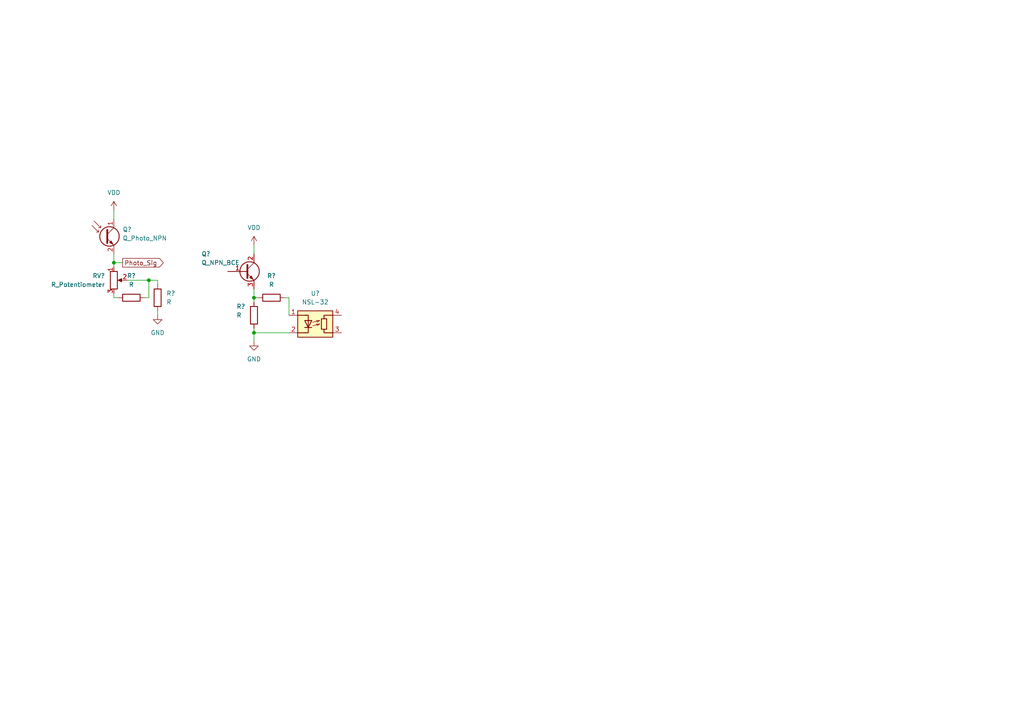
<source format=kicad_sch>
(kicad_sch (version 20211123) (generator eeschema)
  (paper "A4")
  (lib_symbols
    (symbol "Device:Q_NPN_BCE" (pin_names (offset 0) hide)
      (property "Reference" "Q" (at 5.08 1.27 0))
      (property "Value" "Q_NPN_BCE" (at 5.08 -1.27 0))
      (symbol "Q_NPN_BCE_0_1"
        (polyline (pts (xy 0.635 0.635) (xy 2.54 2.54)))
        (polyline (pts (xy 0.635 -0.635) (xy 2.54 -2.54) (xy 2.54 -2.54)))
        (polyline (pts (xy 0.635 1.905) (xy 0.635 -1.905) (xy 0.635 -1.905)) (stroke (width 0.508)))
        (polyline (pts (xy 1.27 -1.778) (xy 1.778 -1.27) (xy 2.286 -2.286) (xy 1.27 -1.778) (xy 1.27 -1.778)) (fill (type outline)))
        (circle (center 1.27 0) (radius 2.8194) (stroke (width 0.254)))
      )
      (symbol "Q_NPN_BCE_1_1"
        (pin input line (at -5.08 0 0) (length 5.715) (name "B") (number "1"))
        (pin passive line (at 2.54 5.08 270) (length 2.54) (name "C") (number "2"))
        (pin passive line (at 2.54 -5.08 90) (length 2.54) (name "E") (number "3"))
      )
    )
    (symbol "Device:Q_Photo_NPN" (pin_names (offset 0) hide)
      (property "Reference" "Q" (at 5.08 1.27 0))
      (property "Value" "Q_Photo_NPN" (at 5.08 -1.27 0))
      (symbol "Q_Photo_NPN_0_1"
        (polyline (pts (xy -1.905 1.27) (xy -2.54 1.27)))
        (polyline (pts (xy -1.27 2.54) (xy -1.905 2.54)))
        (polyline (pts (xy 0.635 0.635) (xy 2.54 2.54)))
        (polyline (pts (xy -3.81 3.175) (xy -1.905 1.27) (xy -1.905 1.905)))
        (polyline (pts (xy -3.175 4.445) (xy -1.27 2.54) (xy -1.27 3.175)))
        (polyline (pts (xy 0.635 -0.635) (xy 2.54 -2.54) (xy 2.54 -2.54)))
        (polyline (pts (xy 0.635 1.905) (xy 0.635 -1.905) (xy 0.635 -1.905)) (stroke (width 0.508)))
        (polyline (pts (xy 1.27 -1.778) (xy 1.778 -1.27) (xy 2.286 -2.286) (xy 1.27 -1.778) (xy 1.27 -1.778)) (fill (type outline)))
        (circle (center 1.27 0) (radius 2.8194) (stroke (width 0.254)))
      )
      (symbol "Q_Photo_NPN_1_1"
        (pin passive line (at 2.54 5.08 270) (length 2.54) (name "C") (number "1"))
        (pin passive line (at 2.54 -5.08 90) (length 2.54) (name "E") (number "2"))
      )
    )
    (symbol "Device:R" (pin_numbers hide) (pin_names (offset 0))
      (property "Reference" "R" (at 2.032 0 90))
      (property "Value" "R" (at 0 0 90))
      (symbol "R_0_1"
        (rectangle (start -1.016 -2.54) (end 1.016 2.54) (stroke (width 0.254)))
      )
      (symbol "R_1_1"
        (pin passive line (at 0 3.81 270) (length 1.27) (name "~") (number "1"))
        (pin passive line (at 0 -3.81 90) (length 1.27) (name "~") (number "2"))
      )
    )
    (symbol "Device:R_Potentiometer" (pin_names (offset 1.016) hide)
      (property "Reference" "RV" (at -4.445 0 90))
      (property "Value" "R_Potentiometer" (at -2.54 0 90))
      (symbol "R_Potentiometer_0_1"
        (polyline (pts (xy 2.54 0) (xy 1.524 0)))
        (polyline (pts (xy 1.143 0) (xy 2.286 0.508) (xy 2.286 -0.508) (xy 1.143 0)) (fill (type outline)))
        (rectangle (start 1.016 2.54) (end -1.016 -2.54) (stroke (width 0.254)))
      )
      (symbol "R_Potentiometer_1_1"
        (pin passive line (at 0 3.81 270) (length 1.27) (name "1") (number "1"))
        (pin passive line (at 3.81 0 180) (length 1.27) (name "2") (number "2"))
        (pin passive line (at 0 -3.81 90) (length 1.27) (name "3") (number "3"))
      )
    )
    (symbol "Isolator:NSL-32" (pin_names (offset 0.762) hide)
      (property "Reference" "U" (at 0 5.08 0))
      (property "Value" "NSL-32" (at 0 -5.08 0))
      (symbol "NSL-32_0_1"
        (rectangle (start -5.08 3.81) (end 5.08 -3.81) (stroke (width 0.254)) (fill (type background)))
        (polyline (pts (xy -5.08 2.54) (xy -2.54 2.54)) (stroke (width 0.254)))
        (polyline (pts (xy -2.794 -2.54) (xy -5.08 -2.54)) (stroke (width 0.254)))
        (polyline (pts (xy -1.016 -1.016) (xy -3.048 -1.016) (xy -3.048 -1.016)) (stroke (width 0.254)))
        (polyline (pts (xy -0.762 -0.508) (xy 1.27 0) (xy 1.27 0)))
        (polyline (pts (xy -0.762 0.508) (xy 1.27 1.016) (xy 1.27 1.016)))
        (polyline (pts (xy 2.54 -1.524) (xy 2.54 -2.54) (xy 5.08 -2.54)) (stroke (width 0.254)))
        (polyline (pts (xy 2.54 1.524) (xy 2.54 2.54) (xy 5.08 2.54)) (stroke (width 0.254)))
        (polyline (pts (xy -2.794 -2.54) (xy -2.032 -2.54) (xy -2.032 2.54) (xy -2.794 2.54)) (stroke (width 0.254)))
        (polyline (pts (xy 0.254 0) (xy 1.27 0) (xy 0.508 -0.508) (xy 0.508 -0.508)))
        (polyline (pts (xy 0.254 1.016) (xy 1.27 1.016) (xy 0.508 0.508) (xy 0.508 0.508)))
        (polyline (pts (xy -1.016 1.016) (xy -3.048 1.016) (xy -2.032 -1.016) (xy -1.016 1.016) (xy -1.016 1.016) (xy -1.016 1.016)) (stroke (width 0.254)))
        (rectangle (start 1.778 1.524) (end 3.302 -1.524) (stroke (width 0.254)))
      )
      (symbol "NSL-32_1_1"
        (pin passive line (at -7.62 2.54 0) (length 2.54) (name "A") (number "1"))
        (pin passive line (at -7.62 -2.54 0) (length 2.54) (name "K") (number "2"))
        (pin passive line (at 7.62 -2.54 180) (length 2.54) (name "R") (number "3"))
        (pin passive line (at 7.62 2.54 180) (length 2.54) (name "R") (number "4"))
      )
    )
    (symbol "power:GND" (power) (pin_names (offset 0))
      (property "Value" "GND" (at 0 -3.81 0))
      (symbol "GND_0_1"
        (polyline (pts (xy 0 0) (xy 0 -1.27) (xy 1.27 -1.27) (xy 0 -2.54) (xy -1.27 -1.27) (xy 0 -1.27)))
      )
      (symbol "GND_1_1"
        (pin power_in line (at 0 0 270) (length 0) hide (name "GND") (number "1"))
      )
    )
    (symbol "power:VDD" (power) (pin_names (offset 0))
      (property "Value" "VDD" (at 0 3.81 0))
      (symbol "VDD_0_1"
        (polyline (pts (xy -0.762 1.27) (xy 0 2.54)))
        (polyline (pts (xy 0 0) (xy 0 2.54)))
        (polyline (pts (xy 0 2.54) (xy 0.762 1.27)))
      )
      (symbol "VDD_1_1"
        (pin power_in line (at 0 0 90) (length 0) hide (name "VDD") (number "1"))
      )
    )
  )
  (junction (at 33.02 76.2))
  (junction (at 43.18 81.28))
  (junction (at 73.66 96.52))
  (junction (at 73.66 86.36))
  (wire (pts (xy 73.66 86.36) (xy 74.93 86.36)))
  (wire (pts (xy 73.66 96.52) (xy 73.66 99.06)))
  (wire (pts (xy 43.18 86.36) (xy 43.18 81.28)))
  (wire (pts (xy 73.66 71.12) (xy 73.66 73.66)))
  (wire (pts (xy 43.18 81.28) (xy 45.72 81.28)))
  (wire (pts (xy 45.72 81.28) (xy 45.72 82.55)))
  (wire (pts (xy 33.02 76.2) (xy 35.56 76.2)))
  (wire (pts (xy 82.55 86.36) (xy 83.82 86.36)))
  (wire (pts (xy 73.66 96.52) (xy 83.82 96.52)))
  (wire (pts (xy 41.91 86.36) (xy 43.18 86.36)))
  (wire (pts (xy 73.66 95.25) (xy 73.66 96.52)))
  (wire (pts (xy 33.02 76.2) (xy 33.02 77.47)))
  (wire (pts (xy 33.02 73.66) (xy 33.02 76.2)))
  (wire (pts (xy 45.72 91.44) (xy 45.72 90.17)))
  (wire (pts (xy 33.02 86.36) (xy 33.02 85.09)))
  (wire (pts (xy 33.02 60.96) (xy 33.02 63.5)))
  (wire (pts (xy 83.82 86.36) (xy 83.82 91.44)))
  (wire (pts (xy 36.83 81.28) (xy 43.18 81.28)))
  (wire (pts (xy 73.66 86.36) (xy 73.66 87.63)))
  (wire (pts (xy 34.29 86.36) (xy 33.02 86.36)))
  (wire (pts (xy 73.66 83.82) (xy 73.66 86.36)))
  (global_label "Photo_Sig" (shape output) (at 35.56 76.2 0) (property "Intersheet References" "${INTERSHEET_REFS}" (effects hide)))
  (symbol (lib_id "power:GND") (at 73.66 99.06 0) (unit 1)
    (property "Reference" "#PWR?" (effects hide))
    (property "Value" "GND" (at 73.66 104.14 0))
  )
  (symbol (lib_id "power:VDD") (at 73.66 71.12 0) (unit 1)
    (property "Reference" "#PWR?" (effects hide))
    (property "Value" "VDD" (at 73.66 66.04 0))
  )
  (symbol (lib_id "Device:Q_Photo_NPN") (at 30.48 68.58 0) (unit 1)
    (property "Reference" "Q?" (at 35.56 66.5606 0) (effects (justify left)))
    (property "Value" "Q_Photo_NPN" (at 35.56 69.1006 0) (effects (justify left)))
  )
  (symbol (lib_id "Device:R") (at 45.72 86.36 0) (unit 1)
    (property "Reference" "R?" (at 48.26 85.0899 0) (effects (justify left)))
    (property "Value" "R" (at 48.26 87.6299 0) (effects (justify left)))
  )
  (symbol (lib_id "Device:R") (at 78.74 86.36 270) (unit 1)
    (property "Reference" "R?" (at 78.74 80.01 90))
    (property "Value" "R" (at 78.74 82.55 90))
  )
  (symbol (lib_id "Device:Q_NPN_BCE") (at 71.12 78.74 0) (unit 1)
    (property "Reference" "Q?" (at 58.42 73.66 0) (effects (justify left)))
    (property "Value" "Q_NPN_BCE" (at 58.42 76.2 0) (effects (justify left)))
  )
  (symbol (lib_id "Isolator:NSL-32") (at 91.44 93.98 0) (unit 1)
    (property "Reference" "U?" (at 91.44 85.09 0))
    (property "Value" "NSL-32" (at 91.44 87.63 0))
    (property "Footprint" "OptoDevice:Luna_NSL-32" (effects hide))
    (property "Datasheet" "http://lunainc.com/wp-content/uploads/2016/06/NSL-32.pdf" (effects hide))
  )
  (symbol (lib_id "power:VDD") (at 33.02 60.96 0) (unit 1)
    (property "Reference" "#PWR?" (effects hide))
    (property "Value" "VDD" (at 33.02 55.88 0))
  )
  (symbol (lib_id "power:GND") (at 45.72 91.44 0) (unit 1)
    (property "Reference" "#PWR?" (effects hide))
    (property "Value" "GND" (at 45.72 96.52 0))
  )
  (symbol (lib_id "Device:R") (at 73.66 91.44 0) (unit 1)
    (property "Reference" "R?" (at 68.58 88.9 0) (effects (justify left)))
    (property "Value" "R" (at 68.58 91.44 0) (effects (justify left)))
  )
  (symbol (lib_id "Device:R_Potentiometer") (at 33.02 81.28 0) (unit 1)
    (property "Reference" "RV?" (at 30.48 80.0099 0) (effects (justify right)))
    (property "Value" "R_Potentiometer" (at 30.48 82.5499 0) (effects (justify right)))
  )
  (symbol (lib_id "Device:R") (at 38.1 86.36 90) (unit 1)
    (property "Reference" "R?" (at 38.1 80.01 90))
    (property "Value" "R" (at 38.1 82.55 90))
  )
)
</source>
